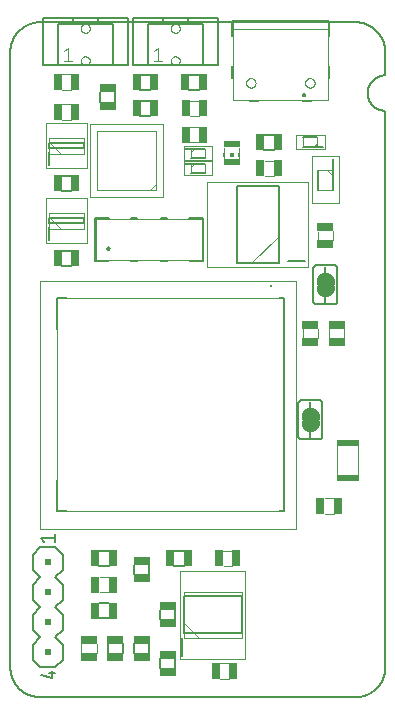
<source format=gto>
G75*
%MOIN*%
%OFA0B0*%
%FSLAX25Y25*%
%IPPOS*%
%LPD*%
%AMOC8*
5,1,8,0,0,1.08239X$1,22.5*
%
%ADD10C,0.00600*%
%ADD11C,0.00598*%
%ADD12C,0.00400*%
%ADD13R,0.05709X0.02953*%
%ADD14R,0.02953X0.05709*%
%ADD15C,0.00197*%
%ADD16C,0.00394*%
%ADD17C,0.00787*%
%ADD18R,0.00591X0.01181*%
%ADD19R,0.01181X0.01181*%
%ADD20R,0.05315X0.02362*%
%ADD21R,0.02559X0.05512*%
%ADD22R,0.05512X0.02559*%
%ADD23C,0.00500*%
%ADD24C,0.00000*%
%ADD25C,0.05000*%
%ADD26R,0.02000X0.02000*%
%ADD27R,0.07480X0.01969*%
D10*
X0000000Y0010000D02*
X0000000Y0215000D01*
X0000003Y0215242D01*
X0000012Y0215483D01*
X0000026Y0215724D01*
X0000047Y0215965D01*
X0000073Y0216205D01*
X0000105Y0216445D01*
X0000143Y0216684D01*
X0000186Y0216921D01*
X0000236Y0217158D01*
X0000291Y0217393D01*
X0000351Y0217627D01*
X0000418Y0217859D01*
X0000489Y0218090D01*
X0000567Y0218319D01*
X0000650Y0218546D01*
X0000738Y0218771D01*
X0000832Y0218994D01*
X0000931Y0219214D01*
X0001036Y0219432D01*
X0001145Y0219647D01*
X0001260Y0219860D01*
X0001380Y0220070D01*
X0001505Y0220276D01*
X0001635Y0220480D01*
X0001770Y0220681D01*
X0001910Y0220878D01*
X0002054Y0221072D01*
X0002203Y0221262D01*
X0002357Y0221448D01*
X0002515Y0221631D01*
X0002677Y0221810D01*
X0002844Y0221985D01*
X0003015Y0222156D01*
X0003190Y0222323D01*
X0003369Y0222485D01*
X0003552Y0222643D01*
X0003738Y0222797D01*
X0003928Y0222946D01*
X0004122Y0223090D01*
X0004319Y0223230D01*
X0004520Y0223365D01*
X0004724Y0223495D01*
X0004930Y0223620D01*
X0005140Y0223740D01*
X0005353Y0223855D01*
X0005568Y0223964D01*
X0005786Y0224069D01*
X0006006Y0224168D01*
X0006229Y0224262D01*
X0006454Y0224350D01*
X0006681Y0224433D01*
X0006910Y0224511D01*
X0007141Y0224582D01*
X0007373Y0224649D01*
X0007607Y0224709D01*
X0007842Y0224764D01*
X0008079Y0224814D01*
X0008316Y0224857D01*
X0008555Y0224895D01*
X0008795Y0224927D01*
X0009035Y0224953D01*
X0009276Y0224974D01*
X0009517Y0224988D01*
X0009758Y0224997D01*
X0010000Y0225000D01*
X0115000Y0225000D01*
X0115242Y0224997D01*
X0115483Y0224988D01*
X0115724Y0224974D01*
X0115965Y0224953D01*
X0116205Y0224927D01*
X0116445Y0224895D01*
X0116684Y0224857D01*
X0116921Y0224814D01*
X0117158Y0224764D01*
X0117393Y0224709D01*
X0117627Y0224649D01*
X0117859Y0224582D01*
X0118090Y0224511D01*
X0118319Y0224433D01*
X0118546Y0224350D01*
X0118771Y0224262D01*
X0118994Y0224168D01*
X0119214Y0224069D01*
X0119432Y0223964D01*
X0119647Y0223855D01*
X0119860Y0223740D01*
X0120070Y0223620D01*
X0120276Y0223495D01*
X0120480Y0223365D01*
X0120681Y0223230D01*
X0120878Y0223090D01*
X0121072Y0222946D01*
X0121262Y0222797D01*
X0121448Y0222643D01*
X0121631Y0222485D01*
X0121810Y0222323D01*
X0121985Y0222156D01*
X0122156Y0221985D01*
X0122323Y0221810D01*
X0122485Y0221631D01*
X0122643Y0221448D01*
X0122797Y0221262D01*
X0122946Y0221072D01*
X0123090Y0220878D01*
X0123230Y0220681D01*
X0123365Y0220480D01*
X0123495Y0220276D01*
X0123620Y0220070D01*
X0123740Y0219860D01*
X0123855Y0219647D01*
X0123964Y0219432D01*
X0124069Y0219214D01*
X0124168Y0218994D01*
X0124262Y0218771D01*
X0124350Y0218546D01*
X0124433Y0218319D01*
X0124511Y0218090D01*
X0124582Y0217859D01*
X0124649Y0217627D01*
X0124709Y0217393D01*
X0124764Y0217158D01*
X0124814Y0216921D01*
X0124857Y0216684D01*
X0124895Y0216445D01*
X0124927Y0216205D01*
X0124953Y0215965D01*
X0124974Y0215724D01*
X0124988Y0215483D01*
X0124997Y0215242D01*
X0125000Y0215000D01*
X0125000Y0207283D01*
X0125000Y0195472D02*
X0125000Y0010000D01*
X0124997Y0009758D01*
X0124988Y0009517D01*
X0124974Y0009276D01*
X0124953Y0009035D01*
X0124927Y0008795D01*
X0124895Y0008555D01*
X0124857Y0008316D01*
X0124814Y0008079D01*
X0124764Y0007842D01*
X0124709Y0007607D01*
X0124649Y0007373D01*
X0124582Y0007141D01*
X0124511Y0006910D01*
X0124433Y0006681D01*
X0124350Y0006454D01*
X0124262Y0006229D01*
X0124168Y0006006D01*
X0124069Y0005786D01*
X0123964Y0005568D01*
X0123855Y0005353D01*
X0123740Y0005140D01*
X0123620Y0004930D01*
X0123495Y0004724D01*
X0123365Y0004520D01*
X0123230Y0004319D01*
X0123090Y0004122D01*
X0122946Y0003928D01*
X0122797Y0003738D01*
X0122643Y0003552D01*
X0122485Y0003369D01*
X0122323Y0003190D01*
X0122156Y0003015D01*
X0121985Y0002844D01*
X0121810Y0002677D01*
X0121631Y0002515D01*
X0121448Y0002357D01*
X0121262Y0002203D01*
X0121072Y0002054D01*
X0120878Y0001910D01*
X0120681Y0001770D01*
X0120480Y0001635D01*
X0120276Y0001505D01*
X0120070Y0001380D01*
X0119860Y0001260D01*
X0119647Y0001145D01*
X0119432Y0001036D01*
X0119214Y0000931D01*
X0118994Y0000832D01*
X0118771Y0000738D01*
X0118546Y0000650D01*
X0118319Y0000567D01*
X0118090Y0000489D01*
X0117859Y0000418D01*
X0117627Y0000351D01*
X0117393Y0000291D01*
X0117158Y0000236D01*
X0116921Y0000186D01*
X0116684Y0000143D01*
X0116445Y0000105D01*
X0116205Y0000073D01*
X0115965Y0000047D01*
X0115724Y0000026D01*
X0115483Y0000012D01*
X0115242Y0000003D01*
X0115000Y0000000D01*
X0010000Y0000000D01*
X0009758Y0000003D01*
X0009517Y0000012D01*
X0009276Y0000026D01*
X0009035Y0000047D01*
X0008795Y0000073D01*
X0008555Y0000105D01*
X0008316Y0000143D01*
X0008079Y0000186D01*
X0007842Y0000236D01*
X0007607Y0000291D01*
X0007373Y0000351D01*
X0007141Y0000418D01*
X0006910Y0000489D01*
X0006681Y0000567D01*
X0006454Y0000650D01*
X0006229Y0000738D01*
X0006006Y0000832D01*
X0005786Y0000931D01*
X0005568Y0001036D01*
X0005353Y0001145D01*
X0005140Y0001260D01*
X0004930Y0001380D01*
X0004724Y0001505D01*
X0004520Y0001635D01*
X0004319Y0001770D01*
X0004122Y0001910D01*
X0003928Y0002054D01*
X0003738Y0002203D01*
X0003552Y0002357D01*
X0003369Y0002515D01*
X0003190Y0002677D01*
X0003015Y0002844D01*
X0002844Y0003015D01*
X0002677Y0003190D01*
X0002515Y0003369D01*
X0002357Y0003552D01*
X0002203Y0003738D01*
X0002054Y0003928D01*
X0001910Y0004122D01*
X0001770Y0004319D01*
X0001635Y0004520D01*
X0001505Y0004724D01*
X0001380Y0004930D01*
X0001260Y0005140D01*
X0001145Y0005353D01*
X0001036Y0005568D01*
X0000931Y0005786D01*
X0000832Y0006006D01*
X0000738Y0006229D01*
X0000650Y0006454D01*
X0000567Y0006681D01*
X0000489Y0006910D01*
X0000418Y0007141D01*
X0000351Y0007373D01*
X0000291Y0007607D01*
X0000236Y0007842D01*
X0000186Y0008079D01*
X0000143Y0008316D01*
X0000105Y0008555D01*
X0000073Y0008795D01*
X0000047Y0009035D01*
X0000026Y0009276D01*
X0000012Y0009517D01*
X0000003Y0009758D01*
X0000000Y0010000D01*
X0007500Y0012500D02*
X0007500Y0017500D01*
X0010000Y0020000D01*
X0007500Y0022500D01*
X0007500Y0027500D01*
X0010000Y0030000D01*
X0007500Y0032500D01*
X0007500Y0037500D01*
X0010000Y0040000D01*
X0007500Y0042500D01*
X0007500Y0047500D01*
X0010000Y0050000D01*
X0015000Y0050000D01*
X0017500Y0047500D01*
X0017500Y0042500D01*
X0015000Y0040000D01*
X0017500Y0037500D01*
X0017500Y0032500D01*
X0015000Y0030000D01*
X0017500Y0027500D01*
X0017500Y0022500D01*
X0015000Y0020000D01*
X0017500Y0017500D01*
X0017500Y0012500D01*
X0015000Y0010000D01*
X0010000Y0010000D01*
X0007500Y0012500D01*
X0029636Y0026250D02*
X0032864Y0026250D01*
X0032864Y0031250D02*
X0029636Y0031250D01*
X0029636Y0043750D02*
X0032864Y0043750D01*
X0032864Y0048750D02*
X0029636Y0048750D01*
X0041250Y0044114D02*
X0041250Y0040886D01*
X0046250Y0040886D02*
X0046250Y0044114D01*
X0054636Y0043750D02*
X0057864Y0043750D01*
X0057864Y0048750D02*
X0054636Y0048750D01*
X0055000Y0029114D02*
X0055000Y0025886D01*
X0050000Y0025886D02*
X0050000Y0029114D01*
X0046250Y0017864D02*
X0046250Y0014636D01*
X0050000Y0012864D02*
X0050000Y0009636D01*
X0055000Y0009636D02*
X0055000Y0012864D01*
X0041250Y0014636D02*
X0041250Y0017864D01*
X0037500Y0017864D02*
X0037500Y0014636D01*
X0032500Y0014636D02*
X0032500Y0017864D01*
X0096000Y0087000D02*
X0096000Y0098000D01*
X0096002Y0098060D01*
X0096007Y0098121D01*
X0096016Y0098180D01*
X0096029Y0098239D01*
X0096045Y0098298D01*
X0096065Y0098355D01*
X0096088Y0098410D01*
X0096115Y0098465D01*
X0096144Y0098517D01*
X0096177Y0098568D01*
X0096213Y0098617D01*
X0096251Y0098663D01*
X0096293Y0098707D01*
X0096337Y0098749D01*
X0096383Y0098787D01*
X0096432Y0098823D01*
X0096483Y0098856D01*
X0096535Y0098885D01*
X0096590Y0098912D01*
X0096645Y0098935D01*
X0096702Y0098955D01*
X0096761Y0098971D01*
X0096820Y0098984D01*
X0096879Y0098993D01*
X0096940Y0098998D01*
X0097000Y0099000D01*
X0103000Y0099000D01*
X0103060Y0098998D01*
X0103121Y0098993D01*
X0103180Y0098984D01*
X0103239Y0098971D01*
X0103298Y0098955D01*
X0103355Y0098935D01*
X0103410Y0098912D01*
X0103465Y0098885D01*
X0103517Y0098856D01*
X0103568Y0098823D01*
X0103617Y0098787D01*
X0103663Y0098749D01*
X0103707Y0098707D01*
X0103749Y0098663D01*
X0103787Y0098617D01*
X0103823Y0098568D01*
X0103856Y0098517D01*
X0103885Y0098465D01*
X0103912Y0098410D01*
X0103935Y0098355D01*
X0103955Y0098298D01*
X0103971Y0098239D01*
X0103984Y0098180D01*
X0103993Y0098121D01*
X0103998Y0098060D01*
X0104000Y0098000D01*
X0104000Y0087000D01*
X0103998Y0086940D01*
X0103993Y0086879D01*
X0103984Y0086820D01*
X0103971Y0086761D01*
X0103955Y0086702D01*
X0103935Y0086645D01*
X0103912Y0086590D01*
X0103885Y0086535D01*
X0103856Y0086483D01*
X0103823Y0086432D01*
X0103787Y0086383D01*
X0103749Y0086337D01*
X0103707Y0086293D01*
X0103663Y0086251D01*
X0103617Y0086213D01*
X0103568Y0086177D01*
X0103517Y0086144D01*
X0103465Y0086115D01*
X0103410Y0086088D01*
X0103355Y0086065D01*
X0103298Y0086045D01*
X0103239Y0086029D01*
X0103180Y0086016D01*
X0103121Y0086007D01*
X0103060Y0086002D01*
X0103000Y0086000D01*
X0097000Y0086000D01*
X0096940Y0086002D01*
X0096879Y0086007D01*
X0096820Y0086016D01*
X0096761Y0086029D01*
X0096702Y0086045D01*
X0096645Y0086065D01*
X0096590Y0086088D01*
X0096535Y0086115D01*
X0096483Y0086144D01*
X0096432Y0086177D01*
X0096383Y0086213D01*
X0096337Y0086251D01*
X0096293Y0086293D01*
X0096251Y0086337D01*
X0096213Y0086383D01*
X0096177Y0086432D01*
X0096144Y0086483D01*
X0096115Y0086535D01*
X0096088Y0086590D01*
X0096065Y0086645D01*
X0096045Y0086702D01*
X0096029Y0086761D01*
X0096016Y0086820D01*
X0096007Y0086879D01*
X0096002Y0086940D01*
X0096000Y0087000D01*
X0100000Y0086500D02*
X0100000Y0088500D01*
X0100000Y0096500D02*
X0100000Y0098500D01*
X0102000Y0131000D02*
X0108000Y0131000D01*
X0108060Y0131002D01*
X0108121Y0131007D01*
X0108180Y0131016D01*
X0108239Y0131029D01*
X0108298Y0131045D01*
X0108355Y0131065D01*
X0108410Y0131088D01*
X0108465Y0131115D01*
X0108517Y0131144D01*
X0108568Y0131177D01*
X0108617Y0131213D01*
X0108663Y0131251D01*
X0108707Y0131293D01*
X0108749Y0131337D01*
X0108787Y0131383D01*
X0108823Y0131432D01*
X0108856Y0131483D01*
X0108885Y0131535D01*
X0108912Y0131590D01*
X0108935Y0131645D01*
X0108955Y0131702D01*
X0108971Y0131761D01*
X0108984Y0131820D01*
X0108993Y0131879D01*
X0108998Y0131940D01*
X0109000Y0132000D01*
X0109000Y0143000D01*
X0108998Y0143060D01*
X0108993Y0143121D01*
X0108984Y0143180D01*
X0108971Y0143239D01*
X0108955Y0143298D01*
X0108935Y0143355D01*
X0108912Y0143410D01*
X0108885Y0143465D01*
X0108856Y0143517D01*
X0108823Y0143568D01*
X0108787Y0143617D01*
X0108749Y0143663D01*
X0108707Y0143707D01*
X0108663Y0143749D01*
X0108617Y0143787D01*
X0108568Y0143823D01*
X0108517Y0143856D01*
X0108465Y0143885D01*
X0108410Y0143912D01*
X0108355Y0143935D01*
X0108298Y0143955D01*
X0108239Y0143971D01*
X0108180Y0143984D01*
X0108121Y0143993D01*
X0108060Y0143998D01*
X0108000Y0144000D01*
X0102000Y0144000D01*
X0101940Y0143998D01*
X0101879Y0143993D01*
X0101820Y0143984D01*
X0101761Y0143971D01*
X0101702Y0143955D01*
X0101645Y0143935D01*
X0101590Y0143912D01*
X0101535Y0143885D01*
X0101483Y0143856D01*
X0101432Y0143823D01*
X0101383Y0143787D01*
X0101337Y0143749D01*
X0101293Y0143707D01*
X0101251Y0143663D01*
X0101213Y0143617D01*
X0101177Y0143568D01*
X0101144Y0143517D01*
X0101115Y0143465D01*
X0101088Y0143410D01*
X0101065Y0143355D01*
X0101045Y0143298D01*
X0101029Y0143239D01*
X0101016Y0143180D01*
X0101007Y0143121D01*
X0101002Y0143060D01*
X0101000Y0143000D01*
X0101000Y0132000D01*
X0101002Y0131940D01*
X0101007Y0131879D01*
X0101016Y0131820D01*
X0101029Y0131761D01*
X0101045Y0131702D01*
X0101065Y0131645D01*
X0101088Y0131590D01*
X0101115Y0131535D01*
X0101144Y0131483D01*
X0101177Y0131432D01*
X0101213Y0131383D01*
X0101251Y0131337D01*
X0101293Y0131293D01*
X0101337Y0131251D01*
X0101383Y0131213D01*
X0101432Y0131177D01*
X0101483Y0131144D01*
X0101535Y0131115D01*
X0101590Y0131088D01*
X0101645Y0131065D01*
X0101702Y0131045D01*
X0101761Y0131029D01*
X0101820Y0131016D01*
X0101879Y0131007D01*
X0101940Y0131002D01*
X0102000Y0131000D01*
X0105000Y0131500D02*
X0105000Y0133500D01*
X0105000Y0141500D02*
X0105000Y0143500D01*
X0087864Y0182500D02*
X0084636Y0182500D01*
X0084636Y0187500D02*
X0087864Y0187500D01*
X0062864Y0202500D02*
X0059636Y0202500D01*
X0059636Y0207500D02*
X0062864Y0207500D01*
X0046614Y0207500D02*
X0043386Y0207500D01*
X0043386Y0202500D02*
X0046614Y0202500D01*
X0046614Y0198750D02*
X0043386Y0198750D01*
X0043386Y0193750D02*
X0046614Y0193750D01*
X0035000Y0198386D02*
X0035000Y0201614D01*
X0030000Y0201614D02*
X0030000Y0198386D01*
X0020364Y0173750D02*
X0017136Y0173750D01*
X0017136Y0168750D02*
X0020364Y0168750D01*
X0020364Y0148750D02*
X0017136Y0148750D01*
X0017136Y0143750D02*
X0020364Y0143750D01*
D11*
X0125000Y0195472D02*
X0124848Y0195474D01*
X0124696Y0195480D01*
X0124544Y0195490D01*
X0124393Y0195503D01*
X0124242Y0195521D01*
X0124091Y0195542D01*
X0123941Y0195568D01*
X0123792Y0195597D01*
X0123643Y0195630D01*
X0123496Y0195667D01*
X0123349Y0195707D01*
X0123204Y0195752D01*
X0123060Y0195800D01*
X0122917Y0195852D01*
X0122775Y0195907D01*
X0122635Y0195966D01*
X0122496Y0196029D01*
X0122359Y0196095D01*
X0122224Y0196165D01*
X0122091Y0196238D01*
X0121960Y0196315D01*
X0121830Y0196395D01*
X0121703Y0196478D01*
X0121578Y0196564D01*
X0121455Y0196654D01*
X0121335Y0196747D01*
X0121217Y0196843D01*
X0121101Y0196942D01*
X0120988Y0197044D01*
X0120878Y0197148D01*
X0120770Y0197256D01*
X0120666Y0197366D01*
X0120564Y0197479D01*
X0120465Y0197595D01*
X0120369Y0197713D01*
X0120276Y0197833D01*
X0120186Y0197956D01*
X0120100Y0198081D01*
X0120017Y0198208D01*
X0119937Y0198338D01*
X0119860Y0198469D01*
X0119787Y0198602D01*
X0119717Y0198737D01*
X0119651Y0198874D01*
X0119588Y0199013D01*
X0119529Y0199153D01*
X0119474Y0199295D01*
X0119422Y0199438D01*
X0119374Y0199582D01*
X0119329Y0199727D01*
X0119289Y0199874D01*
X0119252Y0200021D01*
X0119219Y0200170D01*
X0119190Y0200319D01*
X0119164Y0200469D01*
X0119143Y0200620D01*
X0119125Y0200771D01*
X0119112Y0200922D01*
X0119102Y0201074D01*
X0119096Y0201226D01*
X0119094Y0201378D01*
X0119096Y0201530D01*
X0119102Y0201682D01*
X0119112Y0201834D01*
X0119125Y0201985D01*
X0119143Y0202136D01*
X0119164Y0202287D01*
X0119190Y0202437D01*
X0119219Y0202586D01*
X0119252Y0202735D01*
X0119289Y0202882D01*
X0119329Y0203029D01*
X0119374Y0203174D01*
X0119422Y0203318D01*
X0119474Y0203461D01*
X0119529Y0203603D01*
X0119588Y0203743D01*
X0119651Y0203882D01*
X0119717Y0204019D01*
X0119787Y0204154D01*
X0119860Y0204287D01*
X0119937Y0204418D01*
X0120017Y0204548D01*
X0120100Y0204675D01*
X0120186Y0204800D01*
X0120276Y0204923D01*
X0120369Y0205043D01*
X0120465Y0205161D01*
X0120564Y0205277D01*
X0120666Y0205390D01*
X0120770Y0205500D01*
X0120878Y0205608D01*
X0120988Y0205712D01*
X0121101Y0205814D01*
X0121217Y0205913D01*
X0121335Y0206009D01*
X0121455Y0206102D01*
X0121578Y0206192D01*
X0121703Y0206278D01*
X0121830Y0206361D01*
X0121960Y0206441D01*
X0122091Y0206518D01*
X0122224Y0206591D01*
X0122359Y0206661D01*
X0122496Y0206727D01*
X0122635Y0206790D01*
X0122775Y0206849D01*
X0122917Y0206904D01*
X0123060Y0206956D01*
X0123204Y0207004D01*
X0123349Y0207049D01*
X0123496Y0207089D01*
X0123643Y0207126D01*
X0123792Y0207159D01*
X0123941Y0207188D01*
X0124091Y0207214D01*
X0124242Y0207235D01*
X0124393Y0207253D01*
X0124544Y0207266D01*
X0124696Y0207276D01*
X0124848Y0207282D01*
X0125000Y0207284D01*
D12*
X0087652Y0178848D02*
X0084750Y0178848D01*
X0084750Y0173652D02*
X0087750Y0173652D01*
X0076211Y0179478D02*
X0076211Y0183022D01*
X0071289Y0183120D02*
X0071289Y0179478D01*
X0062750Y0184902D02*
X0059848Y0184902D01*
X0059750Y0190098D02*
X0062750Y0190098D01*
X0062750Y0193652D02*
X0059848Y0193652D01*
X0059750Y0198848D02*
X0062750Y0198848D01*
X0050469Y0211913D02*
X0047914Y0211913D01*
X0049192Y0211913D02*
X0049192Y0216513D01*
X0047914Y0215490D01*
X0020469Y0211913D02*
X0017914Y0211913D01*
X0019192Y0211913D02*
X0019192Y0216513D01*
X0017914Y0215490D01*
X0017250Y0207598D02*
X0020250Y0207598D01*
X0020250Y0202402D02*
X0017348Y0202402D01*
X0017250Y0197598D02*
X0020152Y0197598D01*
X0020250Y0192402D02*
X0017250Y0192402D01*
X0097402Y0122750D02*
X0097402Y0119750D01*
X0102598Y0119848D02*
X0102598Y0122750D01*
X0106152Y0122750D02*
X0106152Y0119750D01*
X0111348Y0119848D02*
X0111348Y0122750D01*
X0107598Y0152250D02*
X0107598Y0155250D01*
X0102402Y0155152D02*
X0102402Y0152250D01*
X0109024Y0083750D02*
X0109024Y0073750D01*
X0109024Y0075750D02*
X0109024Y0081750D01*
X0116028Y0081750D02*
X0116028Y0075750D01*
X0116028Y0073750D02*
X0116028Y0083750D01*
X0107652Y0066348D02*
X0104750Y0066348D01*
X0104750Y0061152D02*
X0107750Y0061152D01*
X0074000Y0048848D02*
X0071000Y0048848D01*
X0071098Y0043652D02*
X0074000Y0043652D01*
X0072750Y0011348D02*
X0069750Y0011348D01*
X0069848Y0006152D02*
X0072750Y0006152D01*
X0032750Y0034902D02*
X0029750Y0034902D01*
X0029750Y0040098D02*
X0032652Y0040098D01*
X0028848Y0017750D02*
X0028848Y0014750D01*
X0023652Y0014750D02*
X0023652Y0017652D01*
D13*
X0026255Y0019073D03*
X0026255Y0013373D03*
X0099995Y0118427D03*
X0099995Y0124127D03*
X0108745Y0124127D03*
X0108745Y0118427D03*
X0105005Y0150873D03*
X0105005Y0156573D03*
D14*
X0089073Y0176245D03*
X0083373Y0176245D03*
X0064127Y0187505D03*
X0058427Y0187505D03*
X0058427Y0196255D03*
X0064127Y0196255D03*
X0021573Y0194995D03*
X0015873Y0194995D03*
X0015927Y0205005D03*
X0021627Y0205005D03*
X0103373Y0063745D03*
X0109073Y0063745D03*
X0075377Y0046255D03*
X0069677Y0046255D03*
X0068427Y0008755D03*
X0074127Y0008755D03*
X0034073Y0037495D03*
X0028373Y0037495D03*
D15*
X0056673Y0042165D02*
X0056673Y0012835D01*
X0078327Y0012835D01*
X0078327Y0042165D01*
X0056673Y0042165D01*
X0065669Y0143307D02*
X0065669Y0171693D01*
X0099331Y0171693D01*
X0099331Y0143307D01*
X0065669Y0143307D01*
X0050955Y0166545D02*
X0050955Y0190955D01*
X0026545Y0190955D01*
X0026545Y0166545D01*
X0050955Y0166545D01*
X0057736Y0173888D02*
X0057736Y0178612D01*
X0067264Y0178612D01*
X0067264Y0173888D01*
X0057736Y0173888D01*
X0057736Y0178888D02*
X0057736Y0183612D01*
X0067264Y0183612D01*
X0067264Y0178888D01*
X0057736Y0178888D01*
X0025640Y0176270D02*
X0011860Y0176270D01*
X0011860Y0191230D01*
X0025640Y0191230D01*
X0025640Y0176270D01*
X0025640Y0166230D02*
X0025640Y0151270D01*
X0011860Y0151270D01*
X0011860Y0166230D01*
X0025640Y0166230D01*
X0095236Y0182638D02*
X0095236Y0187362D01*
X0104764Y0187362D01*
X0104764Y0182638D01*
X0095236Y0182638D01*
X0100472Y0180276D02*
X0109528Y0180276D01*
X0109528Y0164724D01*
X0100472Y0164724D01*
X0100472Y0180276D01*
D16*
X0101240Y0183425D02*
X0102362Y0184547D01*
X0102362Y0183425D02*
X0102362Y0186575D01*
X0097638Y0186575D01*
X0097638Y0183425D01*
X0102362Y0183425D01*
X0102441Y0175846D02*
X0107559Y0175846D01*
X0107559Y0169154D01*
X0102441Y0169154D01*
X0102441Y0175846D01*
X0105441Y0175846D02*
X0107559Y0173728D01*
X0089398Y0170303D02*
X0089398Y0144697D01*
X0075602Y0144697D01*
X0075602Y0170303D01*
X0089398Y0170303D01*
X0089398Y0153713D02*
X0080382Y0144697D01*
X0086594Y0137264D02*
X0086594Y0137264D01*
X0086567Y0137262D01*
X0086541Y0137257D01*
X0086516Y0137248D01*
X0086492Y0137235D01*
X0086470Y0137220D01*
X0086450Y0137201D01*
X0086433Y0137181D01*
X0086419Y0137158D01*
X0086408Y0137133D01*
X0086401Y0137107D01*
X0086397Y0137080D01*
X0086397Y0137054D01*
X0086401Y0137027D01*
X0086408Y0137001D01*
X0086419Y0136976D01*
X0086433Y0136953D01*
X0086450Y0136933D01*
X0086470Y0136914D01*
X0086492Y0136899D01*
X0086516Y0136886D01*
X0086541Y0136877D01*
X0086567Y0136872D01*
X0086594Y0136870D01*
X0086594Y0136870D01*
X0086621Y0136872D01*
X0086647Y0136877D01*
X0086672Y0136886D01*
X0086696Y0136899D01*
X0086718Y0136914D01*
X0086738Y0136933D01*
X0086755Y0136953D01*
X0086769Y0136976D01*
X0086780Y0137001D01*
X0086787Y0137027D01*
X0086791Y0137054D01*
X0086791Y0137080D01*
X0086787Y0137107D01*
X0086780Y0137133D01*
X0086769Y0137158D01*
X0086755Y0137181D01*
X0086738Y0137201D01*
X0086718Y0137220D01*
X0086696Y0137235D01*
X0086672Y0137248D01*
X0086647Y0137257D01*
X0086621Y0137262D01*
X0086594Y0137264D01*
X0091280Y0132933D02*
X0015689Y0132933D01*
X0015689Y0062067D01*
X0091280Y0062067D01*
X0091280Y0132933D01*
X0095217Y0138839D02*
X0009783Y0138839D01*
X0009783Y0056161D01*
X0095217Y0056161D01*
X0095217Y0138839D01*
X0063967Y0145610D02*
X0063967Y0159390D01*
X0028533Y0159390D01*
X0028533Y0145610D01*
X0063967Y0145610D01*
X0048593Y0168907D02*
X0048593Y0188593D01*
X0028907Y0188593D01*
X0028907Y0168907D01*
X0048593Y0168907D01*
X0048593Y0170876D02*
X0046624Y0168907D01*
X0060138Y0174675D02*
X0060138Y0177825D01*
X0064862Y0177825D01*
X0064862Y0174675D01*
X0060138Y0174675D01*
X0060138Y0176703D02*
X0061260Y0177825D01*
X0060138Y0179675D02*
X0060138Y0182825D01*
X0064862Y0182825D01*
X0064862Y0179675D01*
X0060138Y0179675D01*
X0060138Y0181703D02*
X0061260Y0182825D01*
X0074252Y0199008D02*
X0105748Y0199008D01*
X0105748Y0222630D01*
X0074252Y0222630D01*
X0074252Y0199008D01*
X0074252Y0222630D02*
X0074252Y0224992D01*
X0105748Y0224992D01*
X0105748Y0222630D01*
X0024459Y0186309D02*
X0024459Y0181191D01*
X0013041Y0181191D01*
X0013041Y0186309D01*
X0024459Y0186309D01*
X0016781Y0181191D02*
X0013041Y0184931D01*
X0013041Y0161309D02*
X0024459Y0161309D01*
X0024459Y0156191D01*
X0013041Y0156191D01*
X0013041Y0161309D01*
X0013041Y0159931D02*
X0016781Y0156191D01*
X0057846Y0035169D02*
X0077154Y0035169D01*
X0077154Y0019831D01*
X0057846Y0019831D01*
X0057846Y0035169D01*
X0057846Y0024831D02*
X0062846Y0019831D01*
D17*
X0057846Y0021209D02*
X0077154Y0021209D01*
X0077154Y0033791D01*
X0057846Y0033791D01*
X0057846Y0021209D01*
X0057343Y0019831D02*
X0057343Y0013819D01*
X0089705Y0062067D02*
X0091280Y0062067D01*
X0091280Y0132933D01*
X0089705Y0132933D01*
X0089398Y0144697D02*
X0089398Y0170303D01*
X0075602Y0170303D01*
X0075602Y0144697D01*
X0089398Y0144697D01*
X0092638Y0145236D02*
X0098346Y0145236D01*
X0102441Y0169154D02*
X0102441Y0175846D01*
X0107559Y0179193D02*
X0107559Y0169154D01*
X0104173Y0183425D02*
X0097638Y0183425D01*
X0097638Y0186575D02*
X0102362Y0186575D01*
X0100236Y0198614D02*
X0097480Y0198614D01*
X0097480Y0200780D02*
X0097482Y0200819D01*
X0097488Y0200858D01*
X0097498Y0200896D01*
X0097511Y0200933D01*
X0097528Y0200968D01*
X0097548Y0201002D01*
X0097572Y0201033D01*
X0097599Y0201062D01*
X0097628Y0201088D01*
X0097660Y0201111D01*
X0097694Y0201131D01*
X0097730Y0201147D01*
X0097767Y0201159D01*
X0097806Y0201168D01*
X0097845Y0201173D01*
X0097884Y0201174D01*
X0097923Y0201171D01*
X0097962Y0201164D01*
X0097999Y0201153D01*
X0098036Y0201139D01*
X0098071Y0201121D01*
X0098104Y0201100D01*
X0098135Y0201075D01*
X0098163Y0201048D01*
X0098188Y0201018D01*
X0098210Y0200985D01*
X0098229Y0200951D01*
X0098244Y0200915D01*
X0098256Y0200877D01*
X0098264Y0200839D01*
X0098268Y0200800D01*
X0098268Y0200760D01*
X0098264Y0200721D01*
X0098256Y0200683D01*
X0098244Y0200645D01*
X0098229Y0200609D01*
X0098210Y0200575D01*
X0098188Y0200542D01*
X0098163Y0200512D01*
X0098135Y0200485D01*
X0098104Y0200460D01*
X0098071Y0200439D01*
X0098036Y0200421D01*
X0097999Y0200407D01*
X0097962Y0200396D01*
X0097923Y0200389D01*
X0097884Y0200386D01*
X0097845Y0200387D01*
X0097806Y0200392D01*
X0097767Y0200401D01*
X0097730Y0200413D01*
X0097694Y0200429D01*
X0097660Y0200449D01*
X0097628Y0200472D01*
X0097599Y0200498D01*
X0097572Y0200527D01*
X0097548Y0200558D01*
X0097528Y0200592D01*
X0097511Y0200627D01*
X0097498Y0200664D01*
X0097488Y0200702D01*
X0097482Y0200741D01*
X0097480Y0200780D01*
X0106142Y0206488D02*
X0106142Y0210425D01*
X0106142Y0220268D02*
X0106142Y0225386D01*
X0073858Y0225386D01*
X0073858Y0220268D01*
X0073858Y0210425D02*
X0073858Y0206488D01*
X0079764Y0198614D02*
X0082520Y0198614D01*
X0064862Y0182825D02*
X0058327Y0182825D01*
X0060138Y0179675D02*
X0064862Y0179675D01*
X0064862Y0177825D02*
X0058327Y0177825D01*
X0060138Y0174675D02*
X0064862Y0174675D01*
X0064360Y0159783D02*
X0059636Y0159783D01*
X0064360Y0159783D02*
X0064360Y0145217D01*
X0060030Y0145217D01*
X0052156Y0145217D02*
X0050187Y0145217D01*
X0042313Y0145217D02*
X0040344Y0145217D01*
X0032470Y0145217D02*
X0028140Y0145217D01*
X0028140Y0159783D01*
X0032864Y0159783D01*
X0040344Y0159783D02*
X0042313Y0159783D01*
X0050187Y0159783D02*
X0052156Y0159783D01*
X0032273Y0149547D02*
X0032275Y0149586D01*
X0032281Y0149625D01*
X0032291Y0149663D01*
X0032304Y0149700D01*
X0032321Y0149735D01*
X0032341Y0149769D01*
X0032365Y0149800D01*
X0032392Y0149829D01*
X0032421Y0149855D01*
X0032453Y0149878D01*
X0032487Y0149898D01*
X0032523Y0149914D01*
X0032560Y0149926D01*
X0032599Y0149935D01*
X0032638Y0149940D01*
X0032677Y0149941D01*
X0032716Y0149938D01*
X0032755Y0149931D01*
X0032792Y0149920D01*
X0032829Y0149906D01*
X0032864Y0149888D01*
X0032897Y0149867D01*
X0032928Y0149842D01*
X0032956Y0149815D01*
X0032981Y0149785D01*
X0033003Y0149752D01*
X0033022Y0149718D01*
X0033037Y0149682D01*
X0033049Y0149644D01*
X0033057Y0149606D01*
X0033061Y0149567D01*
X0033061Y0149527D01*
X0033057Y0149488D01*
X0033049Y0149450D01*
X0033037Y0149412D01*
X0033022Y0149376D01*
X0033003Y0149342D01*
X0032981Y0149309D01*
X0032956Y0149279D01*
X0032928Y0149252D01*
X0032897Y0149227D01*
X0032864Y0149206D01*
X0032829Y0149188D01*
X0032792Y0149174D01*
X0032755Y0149163D01*
X0032716Y0149156D01*
X0032677Y0149153D01*
X0032638Y0149154D01*
X0032599Y0149159D01*
X0032560Y0149168D01*
X0032523Y0149180D01*
X0032487Y0149196D01*
X0032453Y0149216D01*
X0032421Y0149239D01*
X0032392Y0149265D01*
X0032365Y0149294D01*
X0032341Y0149325D01*
X0032321Y0149359D01*
X0032304Y0149394D01*
X0032291Y0149431D01*
X0032281Y0149469D01*
X0032275Y0149508D01*
X0032273Y0149547D01*
X0024459Y0157963D02*
X0024459Y0159537D01*
X0013041Y0159537D01*
X0013041Y0157963D01*
X0024459Y0157963D01*
X0012844Y0156585D02*
X0012844Y0152254D01*
X0015689Y0132933D02*
X0015689Y0122697D01*
X0015689Y0132933D02*
X0018839Y0132933D01*
X0012844Y0177254D02*
X0012844Y0181585D01*
X0013041Y0182963D02*
X0024459Y0182963D01*
X0024459Y0184537D01*
X0013041Y0184537D01*
X0013041Y0182963D01*
X0015689Y0072303D02*
X0015689Y0062067D01*
X0018839Y0062067D01*
D18*
X0071388Y0180659D03*
X0076112Y0180659D03*
D19*
X0073750Y0180659D03*
D20*
X0073750Y0178297D03*
X0073750Y0184203D03*
D21*
X0083330Y0185006D03*
X0089130Y0185006D03*
X0064170Y0204994D03*
X0058370Y0204994D03*
X0047880Y0205006D03*
X0042080Y0205006D03*
X0042120Y0196244D03*
X0047920Y0196244D03*
X0021670Y0171244D03*
X0015870Y0171244D03*
X0015870Y0146244D03*
X0021670Y0146244D03*
X0028370Y0046244D03*
X0034170Y0046244D03*
X0034130Y0028756D03*
X0028330Y0028756D03*
X0053370Y0046244D03*
X0059170Y0046244D03*
D22*
X0052494Y0030380D03*
X0052494Y0024580D03*
X0052506Y0014170D03*
X0052506Y0008370D03*
X0043756Y0013370D03*
X0043756Y0019170D03*
X0034994Y0019130D03*
X0034994Y0013330D03*
X0043744Y0039580D03*
X0043744Y0045380D03*
X0032506Y0197120D03*
X0032506Y0202920D03*
D23*
X0034252Y0210610D02*
X0034252Y0224390D01*
X0020866Y0224390D01*
X0029134Y0224390D01*
X0029134Y0226358D01*
X0020866Y0226358D01*
X0020866Y0224390D01*
X0015748Y0224390D01*
X0015748Y0210610D01*
X0034252Y0210610D01*
X0039173Y0210610D02*
X0039173Y0226358D01*
X0010827Y0226358D01*
X0010827Y0210610D01*
X0039173Y0210610D01*
X0040827Y0210610D02*
X0069173Y0210610D01*
X0069173Y0226358D01*
X0040827Y0226358D01*
X0040827Y0210610D01*
X0045748Y0210610D02*
X0064252Y0210610D01*
X0064252Y0224390D01*
X0050866Y0224390D01*
X0059134Y0224390D01*
X0059134Y0226358D01*
X0050866Y0226358D01*
X0050866Y0224390D01*
X0045748Y0224390D01*
X0045748Y0210610D01*
X0014750Y0054250D02*
X0014750Y0051750D01*
X0014750Y0053000D02*
X0010250Y0053000D01*
X0011250Y0051750D01*
X0013750Y0008750D02*
X0013750Y0006250D01*
X0010250Y0007250D01*
X0012750Y0008000D02*
X0014750Y0008000D01*
D24*
X0078582Y0204717D02*
X0078584Y0204796D01*
X0078590Y0204875D01*
X0078600Y0204954D01*
X0078614Y0205032D01*
X0078631Y0205109D01*
X0078653Y0205185D01*
X0078678Y0205260D01*
X0078708Y0205333D01*
X0078740Y0205405D01*
X0078777Y0205476D01*
X0078817Y0205544D01*
X0078860Y0205610D01*
X0078906Y0205674D01*
X0078956Y0205736D01*
X0079009Y0205795D01*
X0079064Y0205851D01*
X0079123Y0205905D01*
X0079184Y0205955D01*
X0079247Y0206003D01*
X0079313Y0206047D01*
X0079381Y0206088D01*
X0079451Y0206125D01*
X0079522Y0206159D01*
X0079596Y0206189D01*
X0079670Y0206215D01*
X0079746Y0206237D01*
X0079823Y0206256D01*
X0079901Y0206271D01*
X0079979Y0206282D01*
X0080058Y0206289D01*
X0080137Y0206292D01*
X0080216Y0206291D01*
X0080295Y0206286D01*
X0080374Y0206277D01*
X0080452Y0206264D01*
X0080529Y0206247D01*
X0080606Y0206227D01*
X0080681Y0206202D01*
X0080755Y0206174D01*
X0080828Y0206142D01*
X0080898Y0206107D01*
X0080967Y0206068D01*
X0081034Y0206025D01*
X0081099Y0205979D01*
X0081161Y0205931D01*
X0081221Y0205879D01*
X0081278Y0205824D01*
X0081332Y0205766D01*
X0081383Y0205706D01*
X0081431Y0205643D01*
X0081476Y0205578D01*
X0081518Y0205510D01*
X0081556Y0205441D01*
X0081590Y0205370D01*
X0081621Y0205297D01*
X0081649Y0205222D01*
X0081672Y0205147D01*
X0081692Y0205070D01*
X0081708Y0204993D01*
X0081720Y0204914D01*
X0081728Y0204836D01*
X0081732Y0204757D01*
X0081732Y0204677D01*
X0081728Y0204598D01*
X0081720Y0204520D01*
X0081708Y0204441D01*
X0081692Y0204364D01*
X0081672Y0204287D01*
X0081649Y0204212D01*
X0081621Y0204137D01*
X0081590Y0204064D01*
X0081556Y0203993D01*
X0081518Y0203924D01*
X0081476Y0203856D01*
X0081431Y0203791D01*
X0081383Y0203728D01*
X0081332Y0203668D01*
X0081278Y0203610D01*
X0081221Y0203555D01*
X0081161Y0203503D01*
X0081099Y0203455D01*
X0081034Y0203409D01*
X0080967Y0203366D01*
X0080898Y0203327D01*
X0080828Y0203292D01*
X0080755Y0203260D01*
X0080681Y0203232D01*
X0080606Y0203207D01*
X0080529Y0203187D01*
X0080452Y0203170D01*
X0080374Y0203157D01*
X0080295Y0203148D01*
X0080216Y0203143D01*
X0080137Y0203142D01*
X0080058Y0203145D01*
X0079979Y0203152D01*
X0079901Y0203163D01*
X0079823Y0203178D01*
X0079746Y0203197D01*
X0079670Y0203219D01*
X0079596Y0203245D01*
X0079522Y0203275D01*
X0079451Y0203309D01*
X0079381Y0203346D01*
X0079313Y0203387D01*
X0079247Y0203431D01*
X0079184Y0203479D01*
X0079123Y0203529D01*
X0079064Y0203583D01*
X0079009Y0203639D01*
X0078956Y0203698D01*
X0078906Y0203760D01*
X0078860Y0203824D01*
X0078817Y0203890D01*
X0078777Y0203958D01*
X0078740Y0204029D01*
X0078708Y0204101D01*
X0078678Y0204174D01*
X0078653Y0204249D01*
X0078631Y0204325D01*
X0078614Y0204402D01*
X0078600Y0204480D01*
X0078590Y0204559D01*
X0078584Y0204638D01*
X0078582Y0204717D01*
X0098268Y0204717D02*
X0098270Y0204796D01*
X0098276Y0204875D01*
X0098286Y0204954D01*
X0098300Y0205032D01*
X0098317Y0205109D01*
X0098339Y0205185D01*
X0098364Y0205260D01*
X0098394Y0205333D01*
X0098426Y0205405D01*
X0098463Y0205476D01*
X0098503Y0205544D01*
X0098546Y0205610D01*
X0098592Y0205674D01*
X0098642Y0205736D01*
X0098695Y0205795D01*
X0098750Y0205851D01*
X0098809Y0205905D01*
X0098870Y0205955D01*
X0098933Y0206003D01*
X0098999Y0206047D01*
X0099067Y0206088D01*
X0099137Y0206125D01*
X0099208Y0206159D01*
X0099282Y0206189D01*
X0099356Y0206215D01*
X0099432Y0206237D01*
X0099509Y0206256D01*
X0099587Y0206271D01*
X0099665Y0206282D01*
X0099744Y0206289D01*
X0099823Y0206292D01*
X0099902Y0206291D01*
X0099981Y0206286D01*
X0100060Y0206277D01*
X0100138Y0206264D01*
X0100215Y0206247D01*
X0100292Y0206227D01*
X0100367Y0206202D01*
X0100441Y0206174D01*
X0100514Y0206142D01*
X0100584Y0206107D01*
X0100653Y0206068D01*
X0100720Y0206025D01*
X0100785Y0205979D01*
X0100847Y0205931D01*
X0100907Y0205879D01*
X0100964Y0205824D01*
X0101018Y0205766D01*
X0101069Y0205706D01*
X0101117Y0205643D01*
X0101162Y0205578D01*
X0101204Y0205510D01*
X0101242Y0205441D01*
X0101276Y0205370D01*
X0101307Y0205297D01*
X0101335Y0205222D01*
X0101358Y0205147D01*
X0101378Y0205070D01*
X0101394Y0204993D01*
X0101406Y0204914D01*
X0101414Y0204836D01*
X0101418Y0204757D01*
X0101418Y0204677D01*
X0101414Y0204598D01*
X0101406Y0204520D01*
X0101394Y0204441D01*
X0101378Y0204364D01*
X0101358Y0204287D01*
X0101335Y0204212D01*
X0101307Y0204137D01*
X0101276Y0204064D01*
X0101242Y0203993D01*
X0101204Y0203924D01*
X0101162Y0203856D01*
X0101117Y0203791D01*
X0101069Y0203728D01*
X0101018Y0203668D01*
X0100964Y0203610D01*
X0100907Y0203555D01*
X0100847Y0203503D01*
X0100785Y0203455D01*
X0100720Y0203409D01*
X0100653Y0203366D01*
X0100584Y0203327D01*
X0100514Y0203292D01*
X0100441Y0203260D01*
X0100367Y0203232D01*
X0100292Y0203207D01*
X0100215Y0203187D01*
X0100138Y0203170D01*
X0100060Y0203157D01*
X0099981Y0203148D01*
X0099902Y0203143D01*
X0099823Y0203142D01*
X0099744Y0203145D01*
X0099665Y0203152D01*
X0099587Y0203163D01*
X0099509Y0203178D01*
X0099432Y0203197D01*
X0099356Y0203219D01*
X0099282Y0203245D01*
X0099208Y0203275D01*
X0099137Y0203309D01*
X0099067Y0203346D01*
X0098999Y0203387D01*
X0098933Y0203431D01*
X0098870Y0203479D01*
X0098809Y0203529D01*
X0098750Y0203583D01*
X0098695Y0203639D01*
X0098642Y0203698D01*
X0098592Y0203760D01*
X0098546Y0203824D01*
X0098503Y0203890D01*
X0098463Y0203958D01*
X0098426Y0204029D01*
X0098394Y0204101D01*
X0098364Y0204174D01*
X0098339Y0204249D01*
X0098317Y0204325D01*
X0098300Y0204402D01*
X0098286Y0204480D01*
X0098276Y0204559D01*
X0098270Y0204638D01*
X0098268Y0204717D01*
X0053524Y0212087D02*
X0053526Y0212164D01*
X0053532Y0212240D01*
X0053542Y0212316D01*
X0053556Y0212391D01*
X0053573Y0212466D01*
X0053595Y0212539D01*
X0053620Y0212612D01*
X0053650Y0212683D01*
X0053682Y0212752D01*
X0053719Y0212819D01*
X0053758Y0212885D01*
X0053801Y0212948D01*
X0053848Y0213009D01*
X0053897Y0213068D01*
X0053950Y0213124D01*
X0054005Y0213177D01*
X0054063Y0213227D01*
X0054123Y0213274D01*
X0054186Y0213318D01*
X0054251Y0213359D01*
X0054318Y0213396D01*
X0054387Y0213430D01*
X0054457Y0213460D01*
X0054529Y0213486D01*
X0054603Y0213508D01*
X0054677Y0213527D01*
X0054752Y0213542D01*
X0054828Y0213553D01*
X0054904Y0213560D01*
X0054981Y0213563D01*
X0055057Y0213562D01*
X0055134Y0213557D01*
X0055210Y0213548D01*
X0055286Y0213535D01*
X0055360Y0213518D01*
X0055434Y0213498D01*
X0055507Y0213473D01*
X0055578Y0213445D01*
X0055648Y0213413D01*
X0055716Y0213378D01*
X0055782Y0213339D01*
X0055846Y0213297D01*
X0055907Y0213251D01*
X0055967Y0213202D01*
X0056023Y0213151D01*
X0056077Y0213096D01*
X0056128Y0213039D01*
X0056176Y0212979D01*
X0056221Y0212917D01*
X0056262Y0212852D01*
X0056300Y0212786D01*
X0056335Y0212718D01*
X0056365Y0212647D01*
X0056393Y0212576D01*
X0056416Y0212503D01*
X0056436Y0212429D01*
X0056452Y0212354D01*
X0056464Y0212278D01*
X0056472Y0212202D01*
X0056476Y0212125D01*
X0056476Y0212049D01*
X0056472Y0211972D01*
X0056464Y0211896D01*
X0056452Y0211820D01*
X0056436Y0211745D01*
X0056416Y0211671D01*
X0056393Y0211598D01*
X0056365Y0211527D01*
X0056335Y0211456D01*
X0056300Y0211388D01*
X0056262Y0211322D01*
X0056221Y0211257D01*
X0056176Y0211195D01*
X0056128Y0211135D01*
X0056077Y0211078D01*
X0056023Y0211023D01*
X0055967Y0210972D01*
X0055907Y0210923D01*
X0055846Y0210877D01*
X0055782Y0210835D01*
X0055716Y0210796D01*
X0055648Y0210761D01*
X0055578Y0210729D01*
X0055507Y0210701D01*
X0055434Y0210676D01*
X0055360Y0210656D01*
X0055286Y0210639D01*
X0055210Y0210626D01*
X0055134Y0210617D01*
X0055057Y0210612D01*
X0054981Y0210611D01*
X0054904Y0210614D01*
X0054828Y0210621D01*
X0054752Y0210632D01*
X0054677Y0210647D01*
X0054603Y0210666D01*
X0054529Y0210688D01*
X0054457Y0210714D01*
X0054387Y0210744D01*
X0054318Y0210778D01*
X0054251Y0210815D01*
X0054186Y0210856D01*
X0054123Y0210900D01*
X0054063Y0210947D01*
X0054005Y0210997D01*
X0053950Y0211050D01*
X0053897Y0211106D01*
X0053848Y0211165D01*
X0053801Y0211226D01*
X0053758Y0211289D01*
X0053719Y0211355D01*
X0053682Y0211422D01*
X0053650Y0211491D01*
X0053620Y0211562D01*
X0053595Y0211635D01*
X0053573Y0211708D01*
X0053556Y0211783D01*
X0053542Y0211858D01*
X0053532Y0211934D01*
X0053526Y0212010D01*
X0053524Y0212087D01*
X0053524Y0222913D02*
X0053526Y0222990D01*
X0053532Y0223066D01*
X0053542Y0223142D01*
X0053556Y0223217D01*
X0053573Y0223292D01*
X0053595Y0223365D01*
X0053620Y0223438D01*
X0053650Y0223509D01*
X0053682Y0223578D01*
X0053719Y0223645D01*
X0053758Y0223711D01*
X0053801Y0223774D01*
X0053848Y0223835D01*
X0053897Y0223894D01*
X0053950Y0223950D01*
X0054005Y0224003D01*
X0054063Y0224053D01*
X0054123Y0224100D01*
X0054186Y0224144D01*
X0054251Y0224185D01*
X0054318Y0224222D01*
X0054387Y0224256D01*
X0054457Y0224286D01*
X0054529Y0224312D01*
X0054603Y0224334D01*
X0054677Y0224353D01*
X0054752Y0224368D01*
X0054828Y0224379D01*
X0054904Y0224386D01*
X0054981Y0224389D01*
X0055057Y0224388D01*
X0055134Y0224383D01*
X0055210Y0224374D01*
X0055286Y0224361D01*
X0055360Y0224344D01*
X0055434Y0224324D01*
X0055507Y0224299D01*
X0055578Y0224271D01*
X0055648Y0224239D01*
X0055716Y0224204D01*
X0055782Y0224165D01*
X0055846Y0224123D01*
X0055907Y0224077D01*
X0055967Y0224028D01*
X0056023Y0223977D01*
X0056077Y0223922D01*
X0056128Y0223865D01*
X0056176Y0223805D01*
X0056221Y0223743D01*
X0056262Y0223678D01*
X0056300Y0223612D01*
X0056335Y0223544D01*
X0056365Y0223473D01*
X0056393Y0223402D01*
X0056416Y0223329D01*
X0056436Y0223255D01*
X0056452Y0223180D01*
X0056464Y0223104D01*
X0056472Y0223028D01*
X0056476Y0222951D01*
X0056476Y0222875D01*
X0056472Y0222798D01*
X0056464Y0222722D01*
X0056452Y0222646D01*
X0056436Y0222571D01*
X0056416Y0222497D01*
X0056393Y0222424D01*
X0056365Y0222353D01*
X0056335Y0222282D01*
X0056300Y0222214D01*
X0056262Y0222148D01*
X0056221Y0222083D01*
X0056176Y0222021D01*
X0056128Y0221961D01*
X0056077Y0221904D01*
X0056023Y0221849D01*
X0055967Y0221798D01*
X0055907Y0221749D01*
X0055846Y0221703D01*
X0055782Y0221661D01*
X0055716Y0221622D01*
X0055648Y0221587D01*
X0055578Y0221555D01*
X0055507Y0221527D01*
X0055434Y0221502D01*
X0055360Y0221482D01*
X0055286Y0221465D01*
X0055210Y0221452D01*
X0055134Y0221443D01*
X0055057Y0221438D01*
X0054981Y0221437D01*
X0054904Y0221440D01*
X0054828Y0221447D01*
X0054752Y0221458D01*
X0054677Y0221473D01*
X0054603Y0221492D01*
X0054529Y0221514D01*
X0054457Y0221540D01*
X0054387Y0221570D01*
X0054318Y0221604D01*
X0054251Y0221641D01*
X0054186Y0221682D01*
X0054123Y0221726D01*
X0054063Y0221773D01*
X0054005Y0221823D01*
X0053950Y0221876D01*
X0053897Y0221932D01*
X0053848Y0221991D01*
X0053801Y0222052D01*
X0053758Y0222115D01*
X0053719Y0222181D01*
X0053682Y0222248D01*
X0053650Y0222317D01*
X0053620Y0222388D01*
X0053595Y0222461D01*
X0053573Y0222534D01*
X0053556Y0222609D01*
X0053542Y0222684D01*
X0053532Y0222760D01*
X0053526Y0222836D01*
X0053524Y0222913D01*
X0023524Y0222913D02*
X0023526Y0222990D01*
X0023532Y0223066D01*
X0023542Y0223142D01*
X0023556Y0223217D01*
X0023573Y0223292D01*
X0023595Y0223365D01*
X0023620Y0223438D01*
X0023650Y0223509D01*
X0023682Y0223578D01*
X0023719Y0223645D01*
X0023758Y0223711D01*
X0023801Y0223774D01*
X0023848Y0223835D01*
X0023897Y0223894D01*
X0023950Y0223950D01*
X0024005Y0224003D01*
X0024063Y0224053D01*
X0024123Y0224100D01*
X0024186Y0224144D01*
X0024251Y0224185D01*
X0024318Y0224222D01*
X0024387Y0224256D01*
X0024457Y0224286D01*
X0024529Y0224312D01*
X0024603Y0224334D01*
X0024677Y0224353D01*
X0024752Y0224368D01*
X0024828Y0224379D01*
X0024904Y0224386D01*
X0024981Y0224389D01*
X0025057Y0224388D01*
X0025134Y0224383D01*
X0025210Y0224374D01*
X0025286Y0224361D01*
X0025360Y0224344D01*
X0025434Y0224324D01*
X0025507Y0224299D01*
X0025578Y0224271D01*
X0025648Y0224239D01*
X0025716Y0224204D01*
X0025782Y0224165D01*
X0025846Y0224123D01*
X0025907Y0224077D01*
X0025967Y0224028D01*
X0026023Y0223977D01*
X0026077Y0223922D01*
X0026128Y0223865D01*
X0026176Y0223805D01*
X0026221Y0223743D01*
X0026262Y0223678D01*
X0026300Y0223612D01*
X0026335Y0223544D01*
X0026365Y0223473D01*
X0026393Y0223402D01*
X0026416Y0223329D01*
X0026436Y0223255D01*
X0026452Y0223180D01*
X0026464Y0223104D01*
X0026472Y0223028D01*
X0026476Y0222951D01*
X0026476Y0222875D01*
X0026472Y0222798D01*
X0026464Y0222722D01*
X0026452Y0222646D01*
X0026436Y0222571D01*
X0026416Y0222497D01*
X0026393Y0222424D01*
X0026365Y0222353D01*
X0026335Y0222282D01*
X0026300Y0222214D01*
X0026262Y0222148D01*
X0026221Y0222083D01*
X0026176Y0222021D01*
X0026128Y0221961D01*
X0026077Y0221904D01*
X0026023Y0221849D01*
X0025967Y0221798D01*
X0025907Y0221749D01*
X0025846Y0221703D01*
X0025782Y0221661D01*
X0025716Y0221622D01*
X0025648Y0221587D01*
X0025578Y0221555D01*
X0025507Y0221527D01*
X0025434Y0221502D01*
X0025360Y0221482D01*
X0025286Y0221465D01*
X0025210Y0221452D01*
X0025134Y0221443D01*
X0025057Y0221438D01*
X0024981Y0221437D01*
X0024904Y0221440D01*
X0024828Y0221447D01*
X0024752Y0221458D01*
X0024677Y0221473D01*
X0024603Y0221492D01*
X0024529Y0221514D01*
X0024457Y0221540D01*
X0024387Y0221570D01*
X0024318Y0221604D01*
X0024251Y0221641D01*
X0024186Y0221682D01*
X0024123Y0221726D01*
X0024063Y0221773D01*
X0024005Y0221823D01*
X0023950Y0221876D01*
X0023897Y0221932D01*
X0023848Y0221991D01*
X0023801Y0222052D01*
X0023758Y0222115D01*
X0023719Y0222181D01*
X0023682Y0222248D01*
X0023650Y0222317D01*
X0023620Y0222388D01*
X0023595Y0222461D01*
X0023573Y0222534D01*
X0023556Y0222609D01*
X0023542Y0222684D01*
X0023532Y0222760D01*
X0023526Y0222836D01*
X0023524Y0222913D01*
X0023524Y0212087D02*
X0023526Y0212164D01*
X0023532Y0212240D01*
X0023542Y0212316D01*
X0023556Y0212391D01*
X0023573Y0212466D01*
X0023595Y0212539D01*
X0023620Y0212612D01*
X0023650Y0212683D01*
X0023682Y0212752D01*
X0023719Y0212819D01*
X0023758Y0212885D01*
X0023801Y0212948D01*
X0023848Y0213009D01*
X0023897Y0213068D01*
X0023950Y0213124D01*
X0024005Y0213177D01*
X0024063Y0213227D01*
X0024123Y0213274D01*
X0024186Y0213318D01*
X0024251Y0213359D01*
X0024318Y0213396D01*
X0024387Y0213430D01*
X0024457Y0213460D01*
X0024529Y0213486D01*
X0024603Y0213508D01*
X0024677Y0213527D01*
X0024752Y0213542D01*
X0024828Y0213553D01*
X0024904Y0213560D01*
X0024981Y0213563D01*
X0025057Y0213562D01*
X0025134Y0213557D01*
X0025210Y0213548D01*
X0025286Y0213535D01*
X0025360Y0213518D01*
X0025434Y0213498D01*
X0025507Y0213473D01*
X0025578Y0213445D01*
X0025648Y0213413D01*
X0025716Y0213378D01*
X0025782Y0213339D01*
X0025846Y0213297D01*
X0025907Y0213251D01*
X0025967Y0213202D01*
X0026023Y0213151D01*
X0026077Y0213096D01*
X0026128Y0213039D01*
X0026176Y0212979D01*
X0026221Y0212917D01*
X0026262Y0212852D01*
X0026300Y0212786D01*
X0026335Y0212718D01*
X0026365Y0212647D01*
X0026393Y0212576D01*
X0026416Y0212503D01*
X0026436Y0212429D01*
X0026452Y0212354D01*
X0026464Y0212278D01*
X0026472Y0212202D01*
X0026476Y0212125D01*
X0026476Y0212049D01*
X0026472Y0211972D01*
X0026464Y0211896D01*
X0026452Y0211820D01*
X0026436Y0211745D01*
X0026416Y0211671D01*
X0026393Y0211598D01*
X0026365Y0211527D01*
X0026335Y0211456D01*
X0026300Y0211388D01*
X0026262Y0211322D01*
X0026221Y0211257D01*
X0026176Y0211195D01*
X0026128Y0211135D01*
X0026077Y0211078D01*
X0026023Y0211023D01*
X0025967Y0210972D01*
X0025907Y0210923D01*
X0025846Y0210877D01*
X0025782Y0210835D01*
X0025716Y0210796D01*
X0025648Y0210761D01*
X0025578Y0210729D01*
X0025507Y0210701D01*
X0025434Y0210676D01*
X0025360Y0210656D01*
X0025286Y0210639D01*
X0025210Y0210626D01*
X0025134Y0210617D01*
X0025057Y0210612D01*
X0024981Y0210611D01*
X0024904Y0210614D01*
X0024828Y0210621D01*
X0024752Y0210632D01*
X0024677Y0210647D01*
X0024603Y0210666D01*
X0024529Y0210688D01*
X0024457Y0210714D01*
X0024387Y0210744D01*
X0024318Y0210778D01*
X0024251Y0210815D01*
X0024186Y0210856D01*
X0024123Y0210900D01*
X0024063Y0210947D01*
X0024005Y0210997D01*
X0023950Y0211050D01*
X0023897Y0211106D01*
X0023848Y0211165D01*
X0023801Y0211226D01*
X0023758Y0211289D01*
X0023719Y0211355D01*
X0023682Y0211422D01*
X0023650Y0211491D01*
X0023620Y0211562D01*
X0023595Y0211635D01*
X0023573Y0211708D01*
X0023556Y0211783D01*
X0023542Y0211858D01*
X0023532Y0211934D01*
X0023526Y0212010D01*
X0023524Y0212087D01*
D25*
X0104500Y0138500D02*
X0104502Y0138544D01*
X0104508Y0138587D01*
X0104517Y0138629D01*
X0104530Y0138671D01*
X0104547Y0138711D01*
X0104567Y0138750D01*
X0104590Y0138787D01*
X0104617Y0138821D01*
X0104646Y0138854D01*
X0104679Y0138883D01*
X0104713Y0138910D01*
X0104750Y0138933D01*
X0104789Y0138953D01*
X0104829Y0138970D01*
X0104871Y0138983D01*
X0104913Y0138992D01*
X0104956Y0138998D01*
X0105000Y0139000D01*
X0105044Y0138998D01*
X0105087Y0138992D01*
X0105129Y0138983D01*
X0105171Y0138970D01*
X0105211Y0138953D01*
X0105250Y0138933D01*
X0105287Y0138910D01*
X0105321Y0138883D01*
X0105354Y0138854D01*
X0105383Y0138821D01*
X0105410Y0138787D01*
X0105433Y0138750D01*
X0105453Y0138711D01*
X0105470Y0138671D01*
X0105483Y0138629D01*
X0105492Y0138587D01*
X0105498Y0138544D01*
X0105500Y0138500D01*
X0105500Y0136500D02*
X0105498Y0136456D01*
X0105492Y0136413D01*
X0105483Y0136371D01*
X0105470Y0136329D01*
X0105453Y0136289D01*
X0105433Y0136250D01*
X0105410Y0136213D01*
X0105383Y0136179D01*
X0105354Y0136146D01*
X0105321Y0136117D01*
X0105287Y0136090D01*
X0105250Y0136067D01*
X0105211Y0136047D01*
X0105171Y0136030D01*
X0105129Y0136017D01*
X0105087Y0136008D01*
X0105044Y0136002D01*
X0105000Y0136000D01*
X0104956Y0136002D01*
X0104913Y0136008D01*
X0104871Y0136017D01*
X0104829Y0136030D01*
X0104789Y0136047D01*
X0104750Y0136067D01*
X0104713Y0136090D01*
X0104679Y0136117D01*
X0104646Y0136146D01*
X0104617Y0136179D01*
X0104590Y0136213D01*
X0104567Y0136250D01*
X0104547Y0136289D01*
X0104530Y0136329D01*
X0104517Y0136371D01*
X0104508Y0136413D01*
X0104502Y0136456D01*
X0104500Y0136500D01*
X0100500Y0093500D02*
X0100498Y0093544D01*
X0100492Y0093587D01*
X0100483Y0093629D01*
X0100470Y0093671D01*
X0100453Y0093711D01*
X0100433Y0093750D01*
X0100410Y0093787D01*
X0100383Y0093821D01*
X0100354Y0093854D01*
X0100321Y0093883D01*
X0100287Y0093910D01*
X0100250Y0093933D01*
X0100211Y0093953D01*
X0100171Y0093970D01*
X0100129Y0093983D01*
X0100087Y0093992D01*
X0100044Y0093998D01*
X0100000Y0094000D01*
X0099956Y0093998D01*
X0099913Y0093992D01*
X0099871Y0093983D01*
X0099829Y0093970D01*
X0099789Y0093953D01*
X0099750Y0093933D01*
X0099713Y0093910D01*
X0099679Y0093883D01*
X0099646Y0093854D01*
X0099617Y0093821D01*
X0099590Y0093787D01*
X0099567Y0093750D01*
X0099547Y0093711D01*
X0099530Y0093671D01*
X0099517Y0093629D01*
X0099508Y0093587D01*
X0099502Y0093544D01*
X0099500Y0093500D01*
X0099500Y0091500D02*
X0099502Y0091456D01*
X0099508Y0091413D01*
X0099517Y0091371D01*
X0099530Y0091329D01*
X0099547Y0091289D01*
X0099567Y0091250D01*
X0099590Y0091213D01*
X0099617Y0091179D01*
X0099646Y0091146D01*
X0099679Y0091117D01*
X0099713Y0091090D01*
X0099750Y0091067D01*
X0099789Y0091047D01*
X0099829Y0091030D01*
X0099871Y0091017D01*
X0099913Y0091008D01*
X0099956Y0091002D01*
X0100000Y0091000D01*
X0100044Y0091002D01*
X0100087Y0091008D01*
X0100129Y0091017D01*
X0100171Y0091030D01*
X0100211Y0091047D01*
X0100250Y0091067D01*
X0100287Y0091090D01*
X0100321Y0091117D01*
X0100354Y0091146D01*
X0100383Y0091179D01*
X0100410Y0091213D01*
X0100433Y0091250D01*
X0100453Y0091289D01*
X0100470Y0091329D01*
X0100483Y0091371D01*
X0100492Y0091413D01*
X0100498Y0091456D01*
X0100500Y0091500D01*
D26*
X0012500Y0045000D03*
X0012500Y0035000D03*
X0012500Y0025000D03*
X0012500Y0015000D03*
D27*
X0112490Y0072866D03*
X0112490Y0084666D03*
M02*

</source>
